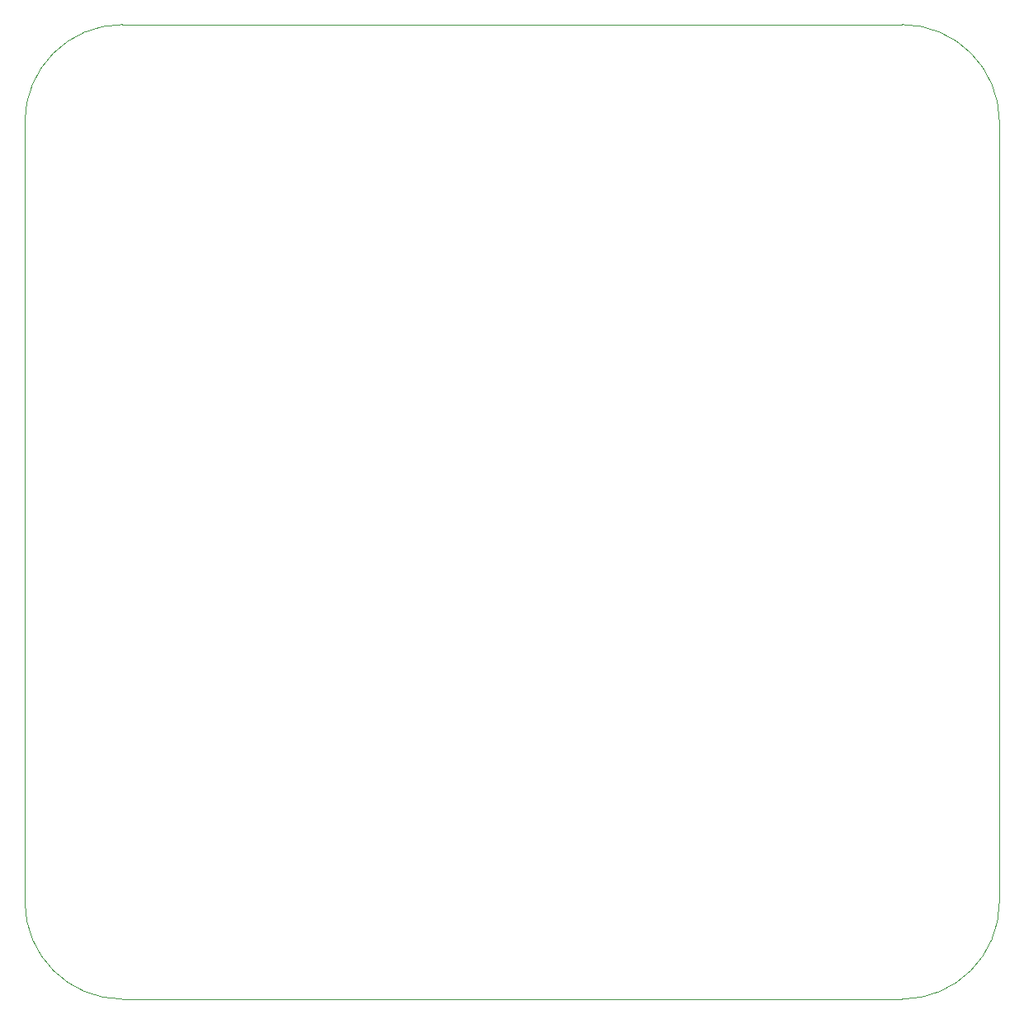
<source format=gm1>
G04 #@! TF.GenerationSoftware,KiCad,Pcbnew,7.0.1*
G04 #@! TF.CreationDate,2024-08-21T15:05:22-07:00*
G04 #@! TF.ProjectId,Dual encoder controller - left,4475616c-2065-46e6-936f-64657220636f,rev?*
G04 #@! TF.SameCoordinates,Original*
G04 #@! TF.FileFunction,Profile,NP*
%FSLAX46Y46*%
G04 Gerber Fmt 4.6, Leading zero omitted, Abs format (unit mm)*
G04 Created by KiCad (PCBNEW 7.0.1) date 2024-08-21 15:05:22*
%MOMM*%
%LPD*%
G01*
G04 APERTURE LIST*
G04 #@! TA.AperFunction,Profile*
%ADD10C,0.100000*%
G04 #@! TD*
G04 APERTURE END LIST*
D10*
X125000000Y-50000000D02*
G75*
G03*
X115000000Y-60000000I0J-10000000D01*
G01*
X115000000Y-140000000D02*
X115000000Y-60000000D01*
X125000000Y-50000000D02*
X205000000Y-50000000D01*
X205000000Y-150000000D02*
X125000000Y-150000000D01*
X115000000Y-140000000D02*
G75*
G03*
X125000000Y-150000000I10000000J0D01*
G01*
X215000000Y-60000000D02*
X215000000Y-140000000D01*
X205000000Y-150000000D02*
G75*
G03*
X215000000Y-140000000I0J10000000D01*
G01*
X215000000Y-60000000D02*
G75*
G03*
X205000000Y-50000000I-10000000J0D01*
G01*
M02*

</source>
